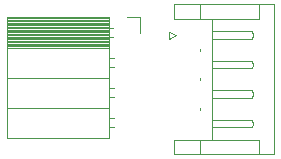
<source format=gto>
%TF.GenerationSoftware,KiCad,Pcbnew,5.99.0-unknown-9aa2d7e101~106~ubuntu20.04.1*%
%TF.CreationDate,2021-01-04T20:50:53-08:00*%
%TF.ProjectId,JST2DUPONT,4a535432-4455-4504-9f4e-542e6b696361,rev?*%
%TF.SameCoordinates,PX940ed50PY5a995c0*%
%TF.FileFunction,Legend,Top*%
%TF.FilePolarity,Positive*%
%FSLAX46Y46*%
G04 Gerber Fmt 4.6, Leading zero omitted, Abs format (unit mm)*
G04 Created by KiCad (PCBNEW 5.99.0-unknown-9aa2d7e101~106~ubuntu20.04.1) date 2021-01-04 20:50:53*
%MOMM*%
%LPD*%
G01*
G04 APERTURE LIST*
%ADD10C,0.120000*%
G04 APERTURE END LIST*
D10*
%TO.C,J2*%
X2850000Y12280000D02*
X3960000Y12280000D01*
X3960000Y12280000D02*
X3960000Y10950000D01*
X-7240000Y12280000D02*
X-7240000Y2000000D01*
X-7240000Y2000000D02*
X1390000Y2000000D01*
X1390000Y12280000D02*
X1390000Y2000000D01*
X-7240000Y12280000D02*
X1390000Y12280000D01*
X-7240000Y4600000D02*
X1390000Y4600000D01*
X-7240000Y7140000D02*
X1390000Y7140000D01*
X-7240000Y9680000D02*
X1390000Y9680000D01*
X1390000Y2970000D02*
X1800000Y2970000D01*
X1390000Y3690000D02*
X1800000Y3690000D01*
X1390000Y5510000D02*
X1800000Y5510000D01*
X1390000Y6230000D02*
X1800000Y6230000D01*
X1390000Y8050000D02*
X1800000Y8050000D01*
X1390000Y8770000D02*
X1800000Y8770000D01*
X1390000Y10590000D02*
X1740000Y10590000D01*
X1390000Y11310000D02*
X1740000Y11310000D01*
X-7240000Y9798100D02*
X1390000Y9798100D01*
X-7240000Y9916195D02*
X1390000Y9916195D01*
X-7240000Y10034290D02*
X1390000Y10034290D01*
X-7240000Y10152385D02*
X1390000Y10152385D01*
X-7240000Y10270480D02*
X1390000Y10270480D01*
X-7240000Y10388575D02*
X1390000Y10388575D01*
X-7240000Y10506670D02*
X1390000Y10506670D01*
X-7240000Y10624765D02*
X1390000Y10624765D01*
X-7240000Y10742860D02*
X1390000Y10742860D01*
X-7240000Y10860955D02*
X1390000Y10860955D01*
X-7240000Y10979050D02*
X1390000Y10979050D01*
X-7240000Y11097145D02*
X1390000Y11097145D01*
X-7240000Y11215240D02*
X1390000Y11215240D01*
X-7240000Y11333335D02*
X1390000Y11333335D01*
X-7240000Y11451430D02*
X1390000Y11451430D01*
X-7240000Y11569525D02*
X1390000Y11569525D01*
X-7240000Y11687620D02*
X1390000Y11687620D01*
X-7240000Y11805715D02*
X1390000Y11805715D01*
X-7240000Y11923810D02*
X1390000Y11923810D01*
X-7240000Y12041905D02*
X1390000Y12041905D01*
X-7240000Y12160000D02*
X1390000Y12160000D01*
%TO.C,J1*%
X6400000Y10450000D02*
X7000000Y10750000D01*
X6400000Y11050000D02*
X6400000Y10450000D01*
X7000000Y10750000D02*
X6400000Y11050000D01*
X10090000Y2930000D02*
X10090000Y3250000D01*
X13510000Y2930000D02*
X10090000Y2930000D01*
X13590000Y3250000D02*
X13510000Y2930000D01*
X13510000Y3570000D02*
X13590000Y3250000D01*
X10090000Y3570000D02*
X13510000Y3570000D01*
X10090000Y3250000D02*
X10090000Y3570000D01*
X9090000Y4580000D02*
X9090000Y4420000D01*
X10090000Y5430000D02*
X10090000Y5750000D01*
X13510000Y5430000D02*
X10090000Y5430000D01*
X13590000Y5750000D02*
X13510000Y5430000D01*
X13510000Y6070000D02*
X13590000Y5750000D01*
X10090000Y6070000D02*
X13510000Y6070000D01*
X10090000Y5750000D02*
X10090000Y6070000D01*
X9090000Y7080000D02*
X9090000Y6920000D01*
X10090000Y7930000D02*
X10090000Y8250000D01*
X13510000Y7930000D02*
X10090000Y7930000D01*
X13590000Y8250000D02*
X13510000Y7930000D01*
X13510000Y8570000D02*
X13590000Y8250000D01*
X10090000Y8570000D02*
X13510000Y8570000D01*
X10090000Y8250000D02*
X10090000Y8570000D01*
X9090000Y9580000D02*
X9090000Y9420000D01*
X10090000Y10430000D02*
X10090000Y10750000D01*
X13510000Y10430000D02*
X10090000Y10430000D01*
X13590000Y10750000D02*
X13510000Y10430000D01*
X13510000Y11070000D02*
X13590000Y10750000D01*
X10090000Y11070000D02*
X13510000Y11070000D01*
X10090000Y10750000D02*
X10090000Y11070000D01*
X10090000Y12140000D02*
X10090000Y1860000D01*
X9090000Y1860000D02*
X9090000Y640000D01*
X14090000Y1860000D02*
X9090000Y1860000D01*
X14090000Y640000D02*
X14090000Y1860000D01*
X9090000Y12140000D02*
X9090000Y13360000D01*
X14090000Y12140000D02*
X9090000Y12140000D01*
X14090000Y13360000D02*
X14090000Y12140000D01*
X6890000Y1860000D02*
X9090000Y1860000D01*
X6890000Y640000D02*
X6890000Y1860000D01*
X15310000Y640000D02*
X6890000Y640000D01*
X15310000Y13360000D02*
X15310000Y640000D01*
X6890000Y13360000D02*
X15310000Y13360000D01*
X6890000Y12140000D02*
X6890000Y13360000D01*
X9090000Y12140000D02*
X6890000Y12140000D01*
%TD*%
M02*

</source>
